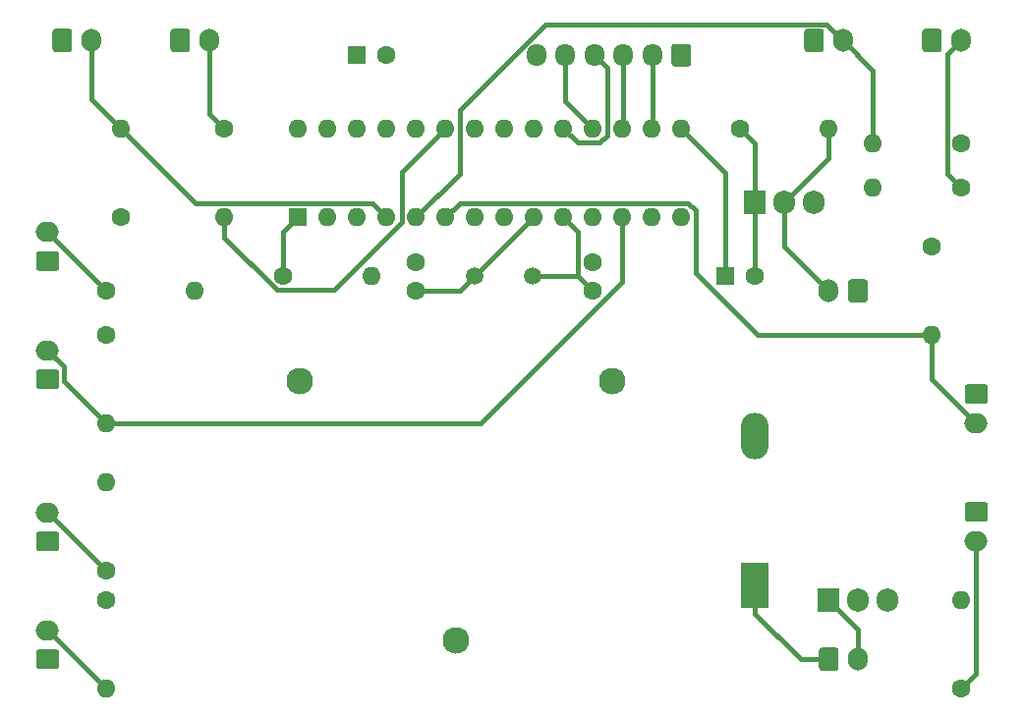
<source format=gbr>
%TF.GenerationSoftware,KiCad,Pcbnew,5.99.0+really5.1.10+dfsg1-1*%
%TF.CreationDate,2022-03-10T13:38:06+00:00*%
%TF.ProjectId,board,626f6172-642e-46b6-9963-61645f706362,rev?*%
%TF.SameCoordinates,Original*%
%TF.FileFunction,Copper,L1,Top*%
%TF.FilePolarity,Positive*%
%FSLAX46Y46*%
G04 Gerber Fmt 4.6, Leading zero omitted, Abs format (unit mm)*
G04 Created by KiCad (PCBNEW 5.99.0+really5.1.10+dfsg1-1) date 2022-03-10 13:38:06*
%MOMM*%
%LPD*%
G01*
G04 APERTURE LIST*
%TA.AperFunction,ComponentPad*%
%ADD10C,1.500000*%
%TD*%
%TA.AperFunction,ComponentPad*%
%ADD11O,1.600000X1.600000*%
%TD*%
%TA.AperFunction,ComponentPad*%
%ADD12R,1.600000X1.600000*%
%TD*%
%TA.AperFunction,ComponentPad*%
%ADD13O,1.905000X2.000000*%
%TD*%
%TA.AperFunction,ComponentPad*%
%ADD14R,1.905000X2.000000*%
%TD*%
%TA.AperFunction,ComponentPad*%
%ADD15O,2.000000X1.700000*%
%TD*%
%TA.AperFunction,ComponentPad*%
%ADD16O,1.700000X2.000000*%
%TD*%
%TA.AperFunction,ComponentPad*%
%ADD17C,1.600000*%
%TD*%
%TA.AperFunction,ComponentPad*%
%ADD18O,1.700000X1.950000*%
%TD*%
%TA.AperFunction,WasherPad*%
%ADD19C,2.300000*%
%TD*%
%TA.AperFunction,ComponentPad*%
%ADD20O,2.410000X4.020000*%
%TD*%
%TA.AperFunction,ComponentPad*%
%ADD21R,2.410000X4.020000*%
%TD*%
%TA.AperFunction,Conductor*%
%ADD22C,0.400000*%
%TD*%
G04 APERTURE END LIST*
D10*
%TO.P,Y1,2*%
%TO.N,Net-(C2_CRY1-Pad1)*%
X123110000Y-120650000D03*
%TO.P,Y1,1*%
%TO.N,Net-(C1_CRY1-Pad1)*%
X118110000Y-120650000D03*
%TD*%
D11*
%TO.P,U2,28*%
%TO.N,Net-(U2-Pad28)*%
X102870000Y-107950000D03*
%TO.P,U2,14*%
%TO.N,Net-(U2-Pad14)*%
X135890000Y-115570000D03*
%TO.P,U2,27*%
%TO.N,Net-(R_LED5-Pad2)*%
X105410000Y-107950000D03*
%TO.P,U2,13*%
%TO.N,Net-(U2-Pad13)*%
X133350000Y-115570000D03*
%TO.P,U2,26*%
%TO.N,Net-(R_LED4-Pad2)*%
X107950000Y-107950000D03*
%TO.P,U2,12*%
%TO.N,Net-(R_SW5-Pad2)*%
X130810000Y-115570000D03*
%TO.P,U2,25*%
%TO.N,Net-(R_LED3-Pad2)*%
X110490000Y-107950000D03*
%TO.P,U2,11*%
%TO.N,Net-(R_SW4-Pad2)*%
X128270000Y-115570000D03*
%TO.P,U2,24*%
%TO.N,Net-(R_LED2-Pad2)*%
X113030000Y-107950000D03*
%TO.P,U2,10*%
%TO.N,Net-(C2_CRY1-Pad1)*%
X125730000Y-115570000D03*
%TO.P,U2,23*%
%TO.N,Net-(R_LED1-Pad2)*%
X115570000Y-107950000D03*
%TO.P,U2,9*%
%TO.N,Net-(C1_CRY1-Pad1)*%
X123190000Y-115570000D03*
%TO.P,U2,22*%
%TO.N,Net-(BT1-Pad2)*%
X118110000Y-107950000D03*
%TO.P,U2,8*%
X120650000Y-115570000D03*
%TO.P,U2,21*%
%TO.N,Net-(U2-Pad21)*%
X120650000Y-107950000D03*
%TO.P,U2,7*%
%TO.N,Net-(C_POW1-Pad1)*%
X118110000Y-115570000D03*
%TO.P,U2,20*%
X123190000Y-107950000D03*
%TO.P,U2,6*%
%TO.N,Net-(R_SW3-Pad2)*%
X115570000Y-115570000D03*
%TO.P,U2,19*%
%TO.N,Net-(Micro_SD_card1-Pad4)*%
X125730000Y-107950000D03*
%TO.P,U2,5*%
%TO.N,Net-(R_SW2-Pad2)*%
X113030000Y-115570000D03*
%TO.P,U2,18*%
%TO.N,Net-(Micro_SD_card1-Pad5)*%
X128270000Y-107950000D03*
%TO.P,U2,4*%
%TO.N,Net-(R_SW1-Pad2)*%
X110490000Y-115570000D03*
%TO.P,U2,17*%
%TO.N,Net-(Micro_SD_card1-Pad3)*%
X130810000Y-107950000D03*
%TO.P,U2,3*%
%TO.N,Net-(U2-Pad3)*%
X107950000Y-115570000D03*
%TO.P,U2,16*%
%TO.N,Net-(Micro_SD_card1-Pad2)*%
X133350000Y-107950000D03*
%TO.P,U2,2*%
%TO.N,Net-(U2-Pad2)*%
X105410000Y-115570000D03*
%TO.P,U2,15*%
%TO.N,Net-(C_AMP1-Pad1)*%
X135890000Y-107950000D03*
D12*
%TO.P,U2,1*%
%TO.N,Net-(R_RESET1-Pad1)*%
X102870000Y-115570000D03*
%TD*%
D13*
%TO.P,U1,3*%
%TO.N,Net-(C_POW1-Pad1)*%
X153670000Y-148590000D03*
%TO.P,U1,2*%
%TO.N,Net-(BT1-Pad2)*%
X151130000Y-148590000D03*
D14*
%TO.P,U1,1*%
%TO.N,Net-(PowerSwExt1-Pad2)*%
X148590000Y-148590000D03*
%TD*%
%TO.P,SW5,1*%
%TO.N,Net-(BT1-Pad2)*%
%TA.AperFunction,ComponentPad*%
G36*
G01*
X82030000Y-130390000D02*
X80530000Y-130390000D01*
G75*
G02*
X80280000Y-130140000I0J250000D01*
G01*
X80280000Y-128940000D01*
G75*
G02*
X80530000Y-128690000I250000J0D01*
G01*
X82030000Y-128690000D01*
G75*
G02*
X82280000Y-128940000I0J-250000D01*
G01*
X82280000Y-130140000D01*
G75*
G02*
X82030000Y-130390000I-250000J0D01*
G01*
G37*
%TD.AperFunction*%
D15*
%TO.P,SW5,2*%
%TO.N,Net-(R_SW5-Pad2)*%
X81280000Y-127040000D03*
%TD*%
%TO.P,SW4,2*%
%TO.N,Net-(R_SW4-Pad2)*%
X81280000Y-151170000D03*
%TO.P,SW4,1*%
%TO.N,Net-(BT1-Pad2)*%
%TA.AperFunction,ComponentPad*%
G36*
G01*
X82030000Y-154520000D02*
X80530000Y-154520000D01*
G75*
G02*
X80280000Y-154270000I0J250000D01*
G01*
X80280000Y-153070000D01*
G75*
G02*
X80530000Y-152820000I250000J0D01*
G01*
X82030000Y-152820000D01*
G75*
G02*
X82280000Y-153070000I0J-250000D01*
G01*
X82280000Y-154270000D01*
G75*
G02*
X82030000Y-154520000I-250000J0D01*
G01*
G37*
%TD.AperFunction*%
%TD*%
%TO.P,SW3,2*%
%TO.N,Net-(R_SW3-Pad2)*%
X161290000Y-133310000D03*
%TO.P,SW3,1*%
%TO.N,Net-(BT1-Pad2)*%
%TA.AperFunction,ComponentPad*%
G36*
G01*
X160540000Y-129960000D02*
X162040000Y-129960000D01*
G75*
G02*
X162290000Y-130210000I0J-250000D01*
G01*
X162290000Y-131410000D01*
G75*
G02*
X162040000Y-131660000I-250000J0D01*
G01*
X160540000Y-131660000D01*
G75*
G02*
X160290000Y-131410000I0J250000D01*
G01*
X160290000Y-130210000D01*
G75*
G02*
X160540000Y-129960000I250000J0D01*
G01*
G37*
%TD.AperFunction*%
%TD*%
D16*
%TO.P,SW2,2*%
%TO.N,Net-(R_SW2-Pad2)*%
X149820000Y-100330000D03*
%TO.P,SW2,1*%
%TO.N,Net-(BT1-Pad2)*%
%TA.AperFunction,ComponentPad*%
G36*
G01*
X146470000Y-101080000D02*
X146470000Y-99580000D01*
G75*
G02*
X146720000Y-99330000I250000J0D01*
G01*
X147920000Y-99330000D01*
G75*
G02*
X148170000Y-99580000I0J-250000D01*
G01*
X148170000Y-101080000D01*
G75*
G02*
X147920000Y-101330000I-250000J0D01*
G01*
X146720000Y-101330000D01*
G75*
G02*
X146470000Y-101080000I0J250000D01*
G01*
G37*
%TD.AperFunction*%
%TD*%
%TO.P,SW1,2*%
%TO.N,Net-(R_SW1-Pad2)*%
X85050000Y-100330000D03*
%TO.P,SW1,1*%
%TO.N,Net-(BT1-Pad2)*%
%TA.AperFunction,ComponentPad*%
G36*
G01*
X81700000Y-101080000D02*
X81700000Y-99580000D01*
G75*
G02*
X81950000Y-99330000I250000J0D01*
G01*
X83150000Y-99330000D01*
G75*
G02*
X83400000Y-99580000I0J-250000D01*
G01*
X83400000Y-101080000D01*
G75*
G02*
X83150000Y-101330000I-250000J0D01*
G01*
X81950000Y-101330000D01*
G75*
G02*
X81700000Y-101080000I0J250000D01*
G01*
G37*
%TD.AperFunction*%
%TD*%
D17*
%TO.P,R_SW5,1*%
%TO.N,Net-(C_POW1-Pad1)*%
X86360000Y-125730000D03*
D11*
%TO.P,R_SW5,2*%
%TO.N,Net-(R_SW5-Pad2)*%
X86360000Y-133350000D03*
%TD*%
%TO.P,R_SW4,2*%
%TO.N,Net-(R_SW4-Pad2)*%
X86360000Y-156210000D03*
D17*
%TO.P,R_SW4,1*%
%TO.N,Net-(C_POW1-Pad1)*%
X86360000Y-148590000D03*
%TD*%
D11*
%TO.P,R_SW3,2*%
%TO.N,Net-(R_SW3-Pad2)*%
X157480000Y-125730000D03*
D17*
%TO.P,R_SW3,1*%
%TO.N,Net-(C_POW1-Pad1)*%
X157480000Y-118110000D03*
%TD*%
D11*
%TO.P,R_SW2,2*%
%TO.N,Net-(R_SW2-Pad2)*%
X152400000Y-109220000D03*
D17*
%TO.P,R_SW2,1*%
%TO.N,Net-(C_POW1-Pad1)*%
X160020000Y-109220000D03*
%TD*%
D11*
%TO.P,R_SW1,2*%
%TO.N,Net-(R_SW1-Pad2)*%
X87630000Y-107950000D03*
D17*
%TO.P,R_SW1,1*%
%TO.N,Net-(C_POW1-Pad1)*%
X87630000Y-115570000D03*
%TD*%
D11*
%TO.P,R_RESET1,2*%
%TO.N,Net-(C_POW1-Pad1)*%
X109220000Y-120650000D03*
D17*
%TO.P,R_RESET1,1*%
%TO.N,Net-(R_RESET1-Pad1)*%
X101600000Y-120650000D03*
%TD*%
%TO.P,R_LED5,1*%
%TO.N,Net-(LED5-Pad2)*%
X86360000Y-121920000D03*
D11*
%TO.P,R_LED5,2*%
%TO.N,Net-(R_LED5-Pad2)*%
X93980000Y-121920000D03*
%TD*%
%TO.P,R_LED4,2*%
%TO.N,Net-(R_LED4-Pad2)*%
X86360000Y-138430000D03*
D17*
%TO.P,R_LED4,1*%
%TO.N,Net-(LED4-Pad2)*%
X86360000Y-146050000D03*
%TD*%
D11*
%TO.P,R_LED3,2*%
%TO.N,Net-(R_LED3-Pad2)*%
X160020000Y-148590000D03*
D17*
%TO.P,R_LED3,1*%
%TO.N,Net-(LED3-Pad2)*%
X160020000Y-156210000D03*
%TD*%
D11*
%TO.P,R_LED2,2*%
%TO.N,Net-(R_LED2-Pad2)*%
X152400000Y-113030000D03*
D17*
%TO.P,R_LED2,1*%
%TO.N,Net-(LED2-Pad2)*%
X160020000Y-113030000D03*
%TD*%
D11*
%TO.P,R_LED1,2*%
%TO.N,Net-(R_LED1-Pad2)*%
X96520000Y-115570000D03*
D17*
%TO.P,R_LED1,1*%
%TO.N,Net-(LED1-Pad2)*%
X96520000Y-107950000D03*
%TD*%
D11*
%TO.P,R_AMP1,2*%
%TO.N,Net-(LS1-Pad2)*%
X148590000Y-107950000D03*
D17*
%TO.P,R_AMP1,1*%
%TO.N,Net-(C_AMP1-Pad2)*%
X140970000Y-107950000D03*
%TD*%
D13*
%TO.P,Q1,3*%
%TO.N,Net-(BT1-Pad2)*%
X147320000Y-114300000D03*
%TO.P,Q1,2*%
%TO.N,Net-(LS1-Pad2)*%
X144780000Y-114300000D03*
D14*
%TO.P,Q1,1*%
%TO.N,Net-(C_AMP1-Pad2)*%
X142240000Y-114300000D03*
%TD*%
D16*
%TO.P,PowerSwExt1,2*%
%TO.N,Net-(PowerSwExt1-Pad2)*%
X151090000Y-153670000D03*
%TO.P,PowerSwExt1,1*%
%TO.N,Net-(BT1-Pad1)*%
%TA.AperFunction,ComponentPad*%
G36*
G01*
X147740000Y-154420000D02*
X147740000Y-152920000D01*
G75*
G02*
X147990000Y-152670000I250000J0D01*
G01*
X149190000Y-152670000D01*
G75*
G02*
X149440000Y-152920000I0J-250000D01*
G01*
X149440000Y-154420000D01*
G75*
G02*
X149190000Y-154670000I-250000J0D01*
G01*
X147990000Y-154670000D01*
G75*
G02*
X147740000Y-154420000I0J250000D01*
G01*
G37*
%TD.AperFunction*%
%TD*%
D18*
%TO.P,Micro_SD_card1,6*%
%TO.N,Net-(BT1-Pad2)*%
X123390000Y-101600000D03*
%TO.P,Micro_SD_card1,5*%
%TO.N,Net-(Micro_SD_card1-Pad5)*%
X125890000Y-101600000D03*
%TO.P,Micro_SD_card1,4*%
%TO.N,Net-(Micro_SD_card1-Pad4)*%
X128390000Y-101600000D03*
%TO.P,Micro_SD_card1,3*%
%TO.N,Net-(Micro_SD_card1-Pad3)*%
X130890000Y-101600000D03*
%TO.P,Micro_SD_card1,2*%
%TO.N,Net-(Micro_SD_card1-Pad2)*%
X133390000Y-101600000D03*
%TO.P,Micro_SD_card1,1*%
%TO.N,Net-(C_POW1-Pad1)*%
%TA.AperFunction,ComponentPad*%
G36*
G01*
X136740000Y-100875000D02*
X136740000Y-102325000D01*
G75*
G02*
X136490000Y-102575000I-250000J0D01*
G01*
X135290000Y-102575000D01*
G75*
G02*
X135040000Y-102325000I0J250000D01*
G01*
X135040000Y-100875000D01*
G75*
G02*
X135290000Y-100625000I250000J0D01*
G01*
X136490000Y-100625000D01*
G75*
G02*
X136740000Y-100875000I0J-250000D01*
G01*
G37*
%TD.AperFunction*%
%TD*%
D16*
%TO.P,LS1,2*%
%TO.N,Net-(LS1-Pad2)*%
X148590000Y-121920000D03*
%TO.P,LS1,1*%
%TO.N,Net-(C_POW1-Pad1)*%
%TA.AperFunction,ComponentPad*%
G36*
G01*
X151940000Y-121170000D02*
X151940000Y-122670000D01*
G75*
G02*
X151690000Y-122920000I-250000J0D01*
G01*
X150490000Y-122920000D01*
G75*
G02*
X150240000Y-122670000I0J250000D01*
G01*
X150240000Y-121170000D01*
G75*
G02*
X150490000Y-120920000I250000J0D01*
G01*
X151690000Y-120920000D01*
G75*
G02*
X151940000Y-121170000I0J-250000D01*
G01*
G37*
%TD.AperFunction*%
%TD*%
%TO.P,LED5,1*%
%TO.N,Net-(BT1-Pad2)*%
%TA.AperFunction,ComponentPad*%
G36*
G01*
X82030000Y-120190000D02*
X80530000Y-120190000D01*
G75*
G02*
X80280000Y-119940000I0J250000D01*
G01*
X80280000Y-118740000D01*
G75*
G02*
X80530000Y-118490000I250000J0D01*
G01*
X82030000Y-118490000D01*
G75*
G02*
X82280000Y-118740000I0J-250000D01*
G01*
X82280000Y-119940000D01*
G75*
G02*
X82030000Y-120190000I-250000J0D01*
G01*
G37*
%TD.AperFunction*%
D15*
%TO.P,LED5,2*%
%TO.N,Net-(LED5-Pad2)*%
X81280000Y-116840000D03*
%TD*%
%TO.P,LED4,2*%
%TO.N,Net-(LED4-Pad2)*%
X81280000Y-141010000D03*
%TO.P,LED4,1*%
%TO.N,Net-(BT1-Pad2)*%
%TA.AperFunction,ComponentPad*%
G36*
G01*
X82030000Y-144360000D02*
X80530000Y-144360000D01*
G75*
G02*
X80280000Y-144110000I0J250000D01*
G01*
X80280000Y-142910000D01*
G75*
G02*
X80530000Y-142660000I250000J0D01*
G01*
X82030000Y-142660000D01*
G75*
G02*
X82280000Y-142910000I0J-250000D01*
G01*
X82280000Y-144110000D01*
G75*
G02*
X82030000Y-144360000I-250000J0D01*
G01*
G37*
%TD.AperFunction*%
%TD*%
%TO.P,LED3,2*%
%TO.N,Net-(LED3-Pad2)*%
X161290000Y-143470000D03*
%TO.P,LED3,1*%
%TO.N,Net-(BT1-Pad2)*%
%TA.AperFunction,ComponentPad*%
G36*
G01*
X160540000Y-140120000D02*
X162040000Y-140120000D01*
G75*
G02*
X162290000Y-140370000I0J-250000D01*
G01*
X162290000Y-141570000D01*
G75*
G02*
X162040000Y-141820000I-250000J0D01*
G01*
X160540000Y-141820000D01*
G75*
G02*
X160290000Y-141570000I0J250000D01*
G01*
X160290000Y-140370000D01*
G75*
G02*
X160540000Y-140120000I250000J0D01*
G01*
G37*
%TD.AperFunction*%
%TD*%
D16*
%TO.P,LED2,2*%
%TO.N,Net-(LED2-Pad2)*%
X159980000Y-100330000D03*
%TO.P,LED2,1*%
%TO.N,Net-(BT1-Pad2)*%
%TA.AperFunction,ComponentPad*%
G36*
G01*
X156630000Y-101080000D02*
X156630000Y-99580000D01*
G75*
G02*
X156880000Y-99330000I250000J0D01*
G01*
X158080000Y-99330000D01*
G75*
G02*
X158330000Y-99580000I0J-250000D01*
G01*
X158330000Y-101080000D01*
G75*
G02*
X158080000Y-101330000I-250000J0D01*
G01*
X156880000Y-101330000D01*
G75*
G02*
X156630000Y-101080000I0J250000D01*
G01*
G37*
%TD.AperFunction*%
%TD*%
%TO.P,LED1,2*%
%TO.N,Net-(LED1-Pad2)*%
X95210000Y-100330000D03*
%TO.P,LED1,1*%
%TO.N,Net-(BT1-Pad2)*%
%TA.AperFunction,ComponentPad*%
G36*
G01*
X91860000Y-101080000D02*
X91860000Y-99580000D01*
G75*
G02*
X92110000Y-99330000I250000J0D01*
G01*
X93310000Y-99330000D01*
G75*
G02*
X93560000Y-99580000I0J-250000D01*
G01*
X93560000Y-101080000D01*
G75*
G02*
X93310000Y-101330000I-250000J0D01*
G01*
X92110000Y-101330000D01*
G75*
G02*
X91860000Y-101080000I0J250000D01*
G01*
G37*
%TD.AperFunction*%
%TD*%
D17*
%TO.P,C_POW1,2*%
%TO.N,Net-(BT1-Pad2)*%
X110450000Y-101600000D03*
D12*
%TO.P,C_POW1,1*%
%TO.N,Net-(C_POW1-Pad1)*%
X107950000Y-101600000D03*
%TD*%
D17*
%TO.P,C_AMP1,2*%
%TO.N,Net-(C_AMP1-Pad2)*%
X142200000Y-120650000D03*
D12*
%TO.P,C_AMP1,1*%
%TO.N,Net-(C_AMP1-Pad1)*%
X139700000Y-120650000D03*
%TD*%
D17*
%TO.P,C2_CRY1,2*%
%TO.N,Net-(BT1-Pad2)*%
X128270000Y-119420000D03*
%TO.P,C2_CRY1,1*%
%TO.N,Net-(C2_CRY1-Pad1)*%
X128270000Y-121920000D03*
%TD*%
%TO.P,C1_CRY1,2*%
%TO.N,Net-(BT1-Pad2)*%
X113030000Y-119420000D03*
%TO.P,C1_CRY1,1*%
%TO.N,Net-(C1_CRY1-Pad1)*%
X113030000Y-121920000D03*
%TD*%
D19*
%TO.P,BT1,*%
%TO.N,*%
X102980000Y-129700000D03*
X129950000Y-129700000D03*
X116460000Y-152050000D03*
D20*
%TO.P,BT1,2*%
%TO.N,Net-(BT1-Pad2)*%
X142240000Y-134440000D03*
D21*
%TO.P,BT1,1*%
%TO.N,Net-(BT1-Pad1)*%
X142240000Y-147320000D03*
%TD*%
D22*
%TO.N,Net-(BT1-Pad1)*%
X142240000Y-149730000D02*
X146180000Y-153670000D01*
X146180000Y-153670000D02*
X148590000Y-153670000D01*
X142240000Y-147320000D02*
X142240000Y-149730000D01*
%TO.N,Net-(C1_CRY1-Pad1)*%
X116840000Y-121920000D02*
X118110000Y-120650000D01*
X113030000Y-121920000D02*
X116840000Y-121920000D01*
X118110000Y-120650000D02*
X123190000Y-115570000D01*
%TO.N,Net-(C2_CRY1-Pad1)*%
X127000000Y-120650000D02*
X128270000Y-121920000D01*
X123110000Y-120650000D02*
X127000000Y-120650000D01*
X127000000Y-116840000D02*
X125730000Y-115570000D01*
X127000000Y-120650000D02*
X127000000Y-116840000D01*
%TO.N,Net-(C_AMP1-Pad1)*%
X139700000Y-111760000D02*
X135890000Y-107950000D01*
X139700000Y-120650000D02*
X139700000Y-111760000D01*
%TO.N,Net-(C_AMP1-Pad2)*%
X142200000Y-114340000D02*
X142240000Y-114300000D01*
X142200000Y-120650000D02*
X142200000Y-114340000D01*
X142240000Y-109220000D02*
X140970000Y-107950000D01*
X142240000Y-114300000D02*
X142240000Y-109220000D01*
%TO.N,Net-(LED1-Pad2)*%
X95210000Y-106640000D02*
X96520000Y-107950000D01*
X95210000Y-100330000D02*
X95210000Y-106640000D01*
%TO.N,Net-(LED2-Pad2)*%
X158819999Y-111829999D02*
X160020000Y-113030000D01*
X158819999Y-101490001D02*
X158819999Y-111829999D01*
X159980000Y-100330000D02*
X158819999Y-101490001D01*
%TO.N,Net-(LED3-Pad2)*%
X161290000Y-154940000D02*
X161290000Y-143470000D01*
X160020000Y-156210000D02*
X161290000Y-154940000D01*
%TO.N,Net-(LED4-Pad2)*%
X81320000Y-141010000D02*
X86360000Y-146050000D01*
X81280000Y-141010000D02*
X81320000Y-141010000D01*
%TO.N,Net-(LED5-Pad2)*%
X81280000Y-116840000D02*
X86360000Y-121920000D01*
%TO.N,Net-(LS1-Pad2)*%
X148590000Y-110490000D02*
X144780000Y-114300000D01*
X148590000Y-107950000D02*
X148590000Y-110490000D01*
X144780000Y-118110000D02*
X148590000Y-121920000D01*
X144780000Y-114300000D02*
X144780000Y-118110000D01*
%TO.N,Net-(PowerSwExt1-Pad2)*%
X151090000Y-151090000D02*
X148590000Y-148590000D01*
X151090000Y-153670000D02*
X151090000Y-151090000D01*
%TO.N,Net-(R_LED1-Pad2)*%
X111829999Y-111690001D02*
X115570000Y-107950000D01*
X111829999Y-116006003D02*
X111829999Y-111690001D01*
X101023999Y-121850001D02*
X105986001Y-121850001D01*
X96520000Y-117346002D02*
X101023999Y-121850001D01*
X105986001Y-121850001D02*
X111829999Y-116006003D01*
X96520000Y-115570000D02*
X96520000Y-117346002D01*
%TO.N,Net-(R_RESET1-Pad1)*%
X101600000Y-116840000D02*
X102870000Y-115570000D01*
X101600000Y-120650000D02*
X101600000Y-116840000D01*
%TO.N,Net-(R_SW1-Pad2)*%
X85050000Y-105370000D02*
X87630000Y-107950000D01*
X85050000Y-100330000D02*
X85050000Y-105370000D01*
X109289999Y-114369999D02*
X110490000Y-115570000D01*
X94049999Y-114369999D02*
X109289999Y-114369999D01*
X87630000Y-107950000D02*
X94049999Y-114369999D01*
%TO.N,Net-(R_SW2-Pad2)*%
X152400000Y-102910000D02*
X149820000Y-100330000D01*
X152400000Y-109220000D02*
X152400000Y-102910000D01*
X116770001Y-111829999D02*
X113030000Y-115570000D01*
X116770001Y-106327218D02*
X116770001Y-111829999D01*
X124167229Y-98929990D02*
X116770001Y-106327218D01*
X148419990Y-98929990D02*
X124167229Y-98929990D01*
X149820000Y-100330000D02*
X148419990Y-98929990D01*
%TO.N,Net-(R_SW3-Pad2)*%
X157480000Y-129500000D02*
X157480000Y-125730000D01*
X161290000Y-133310000D02*
X157480000Y-129500000D01*
X116770001Y-114369999D02*
X115570000Y-115570000D01*
X136466001Y-114369999D02*
X116770001Y-114369999D01*
X137090001Y-114993999D02*
X136466001Y-114369999D01*
X142459998Y-125730000D02*
X137090001Y-120360003D01*
X137090001Y-120360003D02*
X137090001Y-114993999D01*
X157480000Y-125730000D02*
X142459998Y-125730000D01*
%TO.N,Net-(R_SW4-Pad2)*%
X81320000Y-151170000D02*
X86360000Y-156210000D01*
X81280000Y-151170000D02*
X81320000Y-151170000D01*
%TO.N,Net-(R_SW5-Pad2)*%
X82680010Y-129670010D02*
X86360000Y-133350000D01*
X82680010Y-128440010D02*
X82680010Y-129670010D01*
X81280000Y-127040000D02*
X82680010Y-128440010D01*
X130810000Y-121156002D02*
X130810000Y-115570000D01*
X118616002Y-133350000D02*
X130810000Y-121156002D01*
X86360000Y-133350000D02*
X118616002Y-133350000D01*
%TO.N,Net-(Micro_SD_card1-Pad5)*%
X125890000Y-105570000D02*
X128270000Y-107950000D01*
X125890000Y-101600000D02*
X125890000Y-105570000D01*
%TO.N,Net-(Micro_SD_card1-Pad4)*%
X128846001Y-109150001D02*
X126930001Y-109150001D01*
X126930001Y-109150001D02*
X125730000Y-107950000D01*
X129470001Y-108526001D02*
X128846001Y-109150001D01*
X129470001Y-102680001D02*
X129470001Y-108526001D01*
X128390000Y-101600000D02*
X129470001Y-102680001D01*
%TO.N,Net-(Micro_SD_card1-Pad3)*%
X130890000Y-107870000D02*
X130810000Y-107950000D01*
X130890000Y-101600000D02*
X130890000Y-107870000D01*
%TO.N,Net-(Micro_SD_card1-Pad2)*%
X133390000Y-107910000D02*
X133350000Y-107950000D01*
X133390000Y-101600000D02*
X133390000Y-107910000D01*
%TD*%
M02*

</source>
